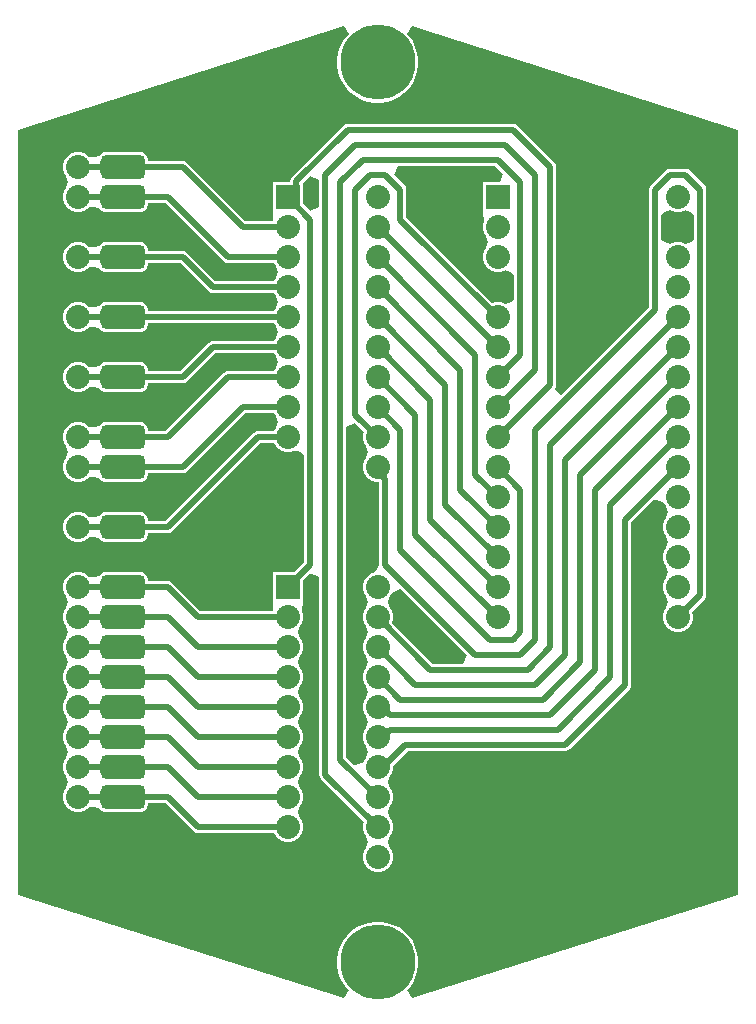
<source format=gtl>
G04*
G04 #@! TF.GenerationSoftware,Altium Limited,Altium Designer,22.4.2 (48)*
G04*
G04 Layer_Physical_Order=1*
G04 Layer_Color=255*
%FSLAX25Y25*%
%MOIN*%
G70*
G04*
G04 #@! TF.SameCoordinates,FA252268-3CD0-4EC3-B91A-E4F5567C5AF4*
G04*
G04*
G04 #@! TF.FilePolarity,Positive*
G04*
G01*
G75*
G04:AMPARAMS|DCode=15|XSize=150mil|YSize=80mil|CornerRadius=20mil|HoleSize=0mil|Usage=FLASHONLY|Rotation=0.000|XOffset=0mil|YOffset=0mil|HoleType=Round|Shape=RoundedRectangle|*
%AMROUNDEDRECTD15*
21,1,0.15000,0.04000,0,0,0.0*
21,1,0.11000,0.08000,0,0,0.0*
1,1,0.04000,0.05500,-0.02000*
1,1,0.04000,-0.05500,-0.02000*
1,1,0.04000,-0.05500,0.02000*
1,1,0.04000,0.05500,0.02000*
%
%ADD15ROUNDEDRECTD15*%
%ADD16C,0.02000*%
%ADD17C,0.08000*%
%ADD18C,0.25000*%
%ADD19R,0.08000X0.08000*%
%ADD20C,0.04400*%
%ADD21C,0.03000*%
G36*
X119957Y277464D02*
X119957Y22536D01*
X11240Y-12094D01*
X9635Y-9457D01*
X10297Y-8795D01*
X11546Y-7075D01*
X12511Y-5182D01*
X13168Y-3161D01*
X13500Y-1063D01*
Y1063D01*
X13168Y3161D01*
X12511Y5182D01*
X11546Y7075D01*
X10297Y8795D01*
X8795Y10297D01*
X7075Y11546D01*
X5182Y12511D01*
X3161Y13168D01*
X1063Y13500D01*
X-1063D01*
X-3161Y13168D01*
X-5182Y12511D01*
X-7075Y11546D01*
X-8795Y10297D01*
X-10297Y8795D01*
X-11546Y7075D01*
X-12511Y5182D01*
X-13168Y3161D01*
X-13500Y1063D01*
Y-1063D01*
X-13168Y-3161D01*
X-12511Y-5182D01*
X-11546Y-7075D01*
X-10297Y-8795D01*
X-9635Y-9457D01*
X-11240Y-12094D01*
X-119957Y22536D01*
Y277464D01*
X-11240Y312094D01*
X-9635Y309457D01*
X-10297Y308795D01*
X-11546Y307076D01*
X-12511Y305182D01*
X-13168Y303161D01*
X-13500Y301062D01*
Y298938D01*
X-13168Y296839D01*
X-12511Y294818D01*
X-11546Y292924D01*
X-10297Y291205D01*
X-8795Y289703D01*
X-7075Y288454D01*
X-5182Y287489D01*
X-3161Y286832D01*
X-1063Y286500D01*
X1063D01*
X3161Y286832D01*
X5182Y287489D01*
X7075Y288454D01*
X8795Y289703D01*
X10297Y291205D01*
X11546Y292924D01*
X12511Y294818D01*
X13168Y296839D01*
X13500Y298938D01*
Y301062D01*
X13168Y303161D01*
X12511Y305182D01*
X11546Y307076D01*
X10297Y308795D01*
X9635Y309457D01*
X11240Y312094D01*
X119957Y277464D01*
D02*
G37*
%LPC*%
G36*
X45000Y279539D02*
X-10000D01*
X-10780Y279384D01*
X-11442Y278942D01*
X-28571Y261813D01*
X-29013Y261152D01*
X-29168Y260371D01*
Y260000D01*
X-35000D01*
Y250000D01*
X-35000D01*
X-35095Y247039D01*
X-44155D01*
X-63558Y266442D01*
X-64220Y266884D01*
X-65000Y267039D01*
X-76479D01*
X-76577Y267783D01*
X-76880Y268513D01*
X-77360Y269140D01*
X-77987Y269620D01*
X-78717Y269923D01*
X-79500Y270026D01*
X-90500D01*
X-91283Y269923D01*
X-92013Y269620D01*
X-92640Y269140D01*
X-92932Y268758D01*
X-94767Y268347D01*
X-95900Y268282D01*
X-96290Y268361D01*
X-96930Y269001D01*
X-98070Y269659D01*
X-99342Y270000D01*
X-100658D01*
X-101930Y269659D01*
X-103070Y269001D01*
X-104001Y268070D01*
X-104659Y266930D01*
X-105000Y265658D01*
Y264342D01*
X-104659Y263070D01*
X-104001Y261930D01*
X-103999Y261929D01*
X-103387Y260000D01*
X-103999Y258071D01*
X-104001Y258070D01*
X-104659Y256930D01*
X-105000Y255658D01*
Y254342D01*
X-104659Y253070D01*
X-104001Y251930D01*
X-103070Y250999D01*
X-101930Y250341D01*
X-100658Y250000D01*
X-99342D01*
X-98070Y250341D01*
X-96930Y250999D01*
X-96290Y251639D01*
X-95900Y251718D01*
X-94767Y251654D01*
X-92932Y251242D01*
X-92640Y250860D01*
X-92013Y250379D01*
X-91283Y250077D01*
X-90500Y249974D01*
X-79500D01*
X-78717Y250077D01*
X-77987Y250379D01*
X-77360Y250860D01*
X-76880Y251487D01*
X-76577Y252217D01*
X-76479Y252961D01*
X-70845D01*
X-51442Y233558D01*
X-50780Y233116D01*
X-50000Y232961D01*
X-34596D01*
X-34001Y231930D01*
X-33999Y231928D01*
X-33387Y230000D01*
X-33999Y228071D01*
X-34001Y228070D01*
X-34596Y227039D01*
X-54155D01*
X-63558Y236442D01*
X-64220Y236884D01*
X-65000Y237039D01*
X-76479D01*
X-76577Y237783D01*
X-76880Y238513D01*
X-77360Y239140D01*
X-77987Y239620D01*
X-78717Y239923D01*
X-79500Y240026D01*
X-90500D01*
X-91283Y239923D01*
X-92013Y239620D01*
X-92640Y239140D01*
X-92932Y238758D01*
X-94767Y238347D01*
X-95900Y238282D01*
X-96290Y238361D01*
X-96930Y239001D01*
X-98070Y239659D01*
X-99342Y240000D01*
X-100658D01*
X-101930Y239659D01*
X-103070Y239001D01*
X-104001Y238070D01*
X-104659Y236930D01*
X-105000Y235658D01*
Y234342D01*
X-104659Y233070D01*
X-104001Y231930D01*
X-103070Y230999D01*
X-101930Y230341D01*
X-100658Y230000D01*
X-99342D01*
X-98070Y230341D01*
X-96930Y230999D01*
X-96290Y231639D01*
X-95900Y231718D01*
X-94767Y231653D01*
X-92932Y231242D01*
X-92640Y230860D01*
X-92013Y230380D01*
X-91283Y230077D01*
X-90500Y229974D01*
X-79500D01*
X-78717Y230077D01*
X-77987Y230380D01*
X-77360Y230860D01*
X-76880Y231487D01*
X-76577Y232217D01*
X-76479Y232961D01*
X-65845D01*
X-56442Y223558D01*
X-56442Y223558D01*
X-55780Y223116D01*
X-55000Y222961D01*
X-55000Y222961D01*
X-34596D01*
X-34001Y221930D01*
X-33999Y221929D01*
X-33387Y220000D01*
X-33999Y218072D01*
X-34001Y218070D01*
X-34596Y217039D01*
X-76479D01*
X-76577Y217783D01*
X-76880Y218513D01*
X-77360Y219140D01*
X-77987Y219620D01*
X-78717Y219923D01*
X-79500Y220026D01*
X-90500D01*
X-91283Y219923D01*
X-92013Y219620D01*
X-92640Y219140D01*
X-92932Y218758D01*
X-94767Y218347D01*
X-95900Y218282D01*
X-96290Y218361D01*
X-96930Y219001D01*
X-98070Y219659D01*
X-99342Y220000D01*
X-100658D01*
X-101930Y219659D01*
X-103070Y219001D01*
X-104001Y218070D01*
X-104659Y216930D01*
X-105000Y215658D01*
Y214342D01*
X-104659Y213070D01*
X-104001Y211930D01*
X-103070Y210999D01*
X-101930Y210341D01*
X-100658Y210000D01*
X-99342D01*
X-98070Y210341D01*
X-96930Y210999D01*
X-96290Y211639D01*
X-95900Y211718D01*
X-94767Y211653D01*
X-92932Y211242D01*
X-92640Y210860D01*
X-92013Y210380D01*
X-91283Y210077D01*
X-90500Y209974D01*
X-79500D01*
X-78717Y210077D01*
X-77987Y210380D01*
X-77360Y210860D01*
X-76880Y211487D01*
X-76577Y212217D01*
X-76479Y212961D01*
X-34596D01*
X-34001Y211930D01*
X-33999Y211929D01*
X-33387Y210000D01*
X-33999Y208071D01*
X-34001Y208070D01*
X-34596Y207039D01*
X-55000D01*
X-55000Y207039D01*
X-55780Y206884D01*
X-56442Y206442D01*
X-56442Y206442D01*
X-65845Y197039D01*
X-76479D01*
X-76577Y197783D01*
X-76880Y198513D01*
X-77360Y199140D01*
X-77987Y199620D01*
X-78717Y199923D01*
X-79500Y200026D01*
X-90500D01*
X-91283Y199923D01*
X-92013Y199620D01*
X-92640Y199140D01*
X-92932Y198758D01*
X-94767Y198346D01*
X-95900Y198282D01*
X-96290Y198361D01*
X-96930Y199001D01*
X-98070Y199659D01*
X-99342Y200000D01*
X-100658D01*
X-101930Y199659D01*
X-103070Y199001D01*
X-104001Y198070D01*
X-104659Y196930D01*
X-105000Y195658D01*
Y194342D01*
X-104659Y193070D01*
X-104001Y191930D01*
X-103070Y190999D01*
X-101930Y190341D01*
X-100658Y190000D01*
X-99342D01*
X-98070Y190341D01*
X-96930Y190999D01*
X-96290Y191639D01*
X-95900Y191718D01*
X-94767Y191654D01*
X-92932Y191242D01*
X-92640Y190860D01*
X-92013Y190380D01*
X-91283Y190077D01*
X-90500Y189974D01*
X-79500D01*
X-78717Y190077D01*
X-77987Y190380D01*
X-77360Y190860D01*
X-76880Y191487D01*
X-76577Y192217D01*
X-76479Y192961D01*
X-65000D01*
X-64220Y193116D01*
X-63558Y193558D01*
X-54155Y202961D01*
X-34596D01*
X-34001Y201930D01*
X-33999Y201928D01*
X-33387Y200000D01*
X-33999Y198072D01*
X-34001Y198070D01*
X-34596Y197039D01*
X-50000D01*
X-50780Y196884D01*
X-51442Y196442D01*
X-70845Y177039D01*
X-76479D01*
X-76577Y177783D01*
X-76880Y178513D01*
X-77360Y179140D01*
X-77987Y179621D01*
X-78717Y179923D01*
X-79500Y180026D01*
X-90500D01*
X-91283Y179923D01*
X-92013Y179621D01*
X-92640Y179140D01*
X-92932Y178758D01*
X-94767Y178347D01*
X-95900Y178282D01*
X-96290Y178361D01*
X-96930Y179001D01*
X-98070Y179659D01*
X-99342Y180000D01*
X-100658D01*
X-101930Y179659D01*
X-103070Y179001D01*
X-104001Y178070D01*
X-104659Y176930D01*
X-105000Y175658D01*
Y174342D01*
X-104659Y173070D01*
X-104001Y171930D01*
X-103999Y171929D01*
X-103387Y170000D01*
X-103999Y168071D01*
X-104001Y168070D01*
X-104659Y166930D01*
X-105000Y165658D01*
Y164342D01*
X-104659Y163070D01*
X-104001Y161930D01*
X-103070Y160999D01*
X-101930Y160341D01*
X-100658Y160000D01*
X-99342D01*
X-98070Y160341D01*
X-96930Y160999D01*
X-96290Y161639D01*
X-95900Y161718D01*
X-94767Y161653D01*
X-92932Y161242D01*
X-92640Y160860D01*
X-92013Y160380D01*
X-91283Y160077D01*
X-90500Y159974D01*
X-79500D01*
X-78717Y160077D01*
X-77987Y160380D01*
X-77360Y160860D01*
X-76880Y161487D01*
X-76577Y162217D01*
X-76479Y162961D01*
X-65000D01*
X-64220Y163116D01*
X-63558Y163558D01*
X-44155Y182961D01*
X-34596D01*
X-34001Y181930D01*
X-33999Y181929D01*
X-33387Y180000D01*
X-33999Y178071D01*
X-34001Y178070D01*
X-34596Y177039D01*
X-40000D01*
X-40000Y177039D01*
X-40780Y176884D01*
X-41442Y176442D01*
X-70845Y147039D01*
X-76479D01*
X-76577Y147783D01*
X-76880Y148513D01*
X-77360Y149140D01*
X-77987Y149620D01*
X-78717Y149923D01*
X-79500Y150026D01*
X-90500D01*
X-91283Y149923D01*
X-92013Y149620D01*
X-92640Y149140D01*
X-92932Y148758D01*
X-94767Y148346D01*
X-95900Y148282D01*
X-96290Y148361D01*
X-96930Y149001D01*
X-98070Y149659D01*
X-99342Y150000D01*
X-100658D01*
X-101930Y149659D01*
X-103070Y149001D01*
X-104001Y148070D01*
X-104659Y146930D01*
X-105000Y145658D01*
Y144342D01*
X-104659Y143070D01*
X-104001Y141930D01*
X-103070Y140999D01*
X-101930Y140341D01*
X-100658Y140000D01*
X-99342D01*
X-98070Y140341D01*
X-96930Y140999D01*
X-96290Y141639D01*
X-95900Y141718D01*
X-94767Y141654D01*
X-92932Y141242D01*
X-92640Y140860D01*
X-92013Y140380D01*
X-91283Y140077D01*
X-90500Y139974D01*
X-79500D01*
X-78717Y140077D01*
X-77987Y140380D01*
X-77360Y140860D01*
X-76880Y141487D01*
X-76577Y142217D01*
X-76479Y142961D01*
X-70000D01*
X-69220Y143116D01*
X-68558Y143558D01*
X-39155Y172961D01*
X-34596D01*
X-34001Y171930D01*
X-33070Y170999D01*
X-31930Y170341D01*
X-30658Y170000D01*
X-29342D01*
X-28070Y170341D01*
X-27539Y170647D01*
X-25544Y169925D01*
X-24539Y169147D01*
Y133345D01*
X-27884Y130000D01*
X-35000D01*
Y120000D01*
X-35000D01*
X-35095Y117039D01*
X-59155D01*
X-68558Y126442D01*
X-69220Y126884D01*
X-70000Y127039D01*
X-76479D01*
X-76577Y127783D01*
X-76880Y128513D01*
X-77360Y129140D01*
X-77987Y129621D01*
X-78717Y129923D01*
X-79500Y130026D01*
X-90500D01*
X-91283Y129923D01*
X-92013Y129621D01*
X-92640Y129140D01*
X-92932Y128758D01*
X-94767Y128347D01*
X-95900Y128282D01*
X-96290Y128361D01*
X-96930Y129001D01*
X-98070Y129659D01*
X-99342Y130000D01*
X-100658D01*
X-101930Y129659D01*
X-103070Y129001D01*
X-104001Y128070D01*
X-104659Y126930D01*
X-105000Y125658D01*
Y124342D01*
X-104659Y123070D01*
X-104001Y121930D01*
X-103999Y121929D01*
X-103387Y120000D01*
X-103999Y118071D01*
X-104001Y118070D01*
X-104659Y116930D01*
X-105000Y115658D01*
Y114342D01*
X-104659Y113070D01*
X-104001Y111930D01*
X-103999Y111928D01*
X-103387Y110000D01*
X-103999Y108071D01*
X-104001Y108070D01*
X-104659Y106930D01*
X-105000Y105658D01*
Y104342D01*
X-104659Y103070D01*
X-104001Y101930D01*
X-103999Y101928D01*
X-103387Y100000D01*
X-103999Y98071D01*
X-104001Y98070D01*
X-104659Y96930D01*
X-105000Y95658D01*
Y94342D01*
X-104659Y93070D01*
X-104001Y91930D01*
X-103999Y91928D01*
X-103387Y90000D01*
X-103999Y88072D01*
X-104001Y88070D01*
X-104659Y86930D01*
X-105000Y85658D01*
Y84342D01*
X-104659Y83070D01*
X-104001Y81930D01*
X-103999Y81928D01*
X-103387Y80000D01*
X-103999Y78071D01*
X-104001Y78070D01*
X-104659Y76930D01*
X-105000Y75658D01*
Y74342D01*
X-104659Y73070D01*
X-104001Y71930D01*
X-103999Y71929D01*
X-103387Y70000D01*
X-103999Y68072D01*
X-104001Y68070D01*
X-104659Y66930D01*
X-105000Y65658D01*
Y64342D01*
X-104659Y63070D01*
X-104001Y61930D01*
X-103999Y61928D01*
X-103387Y60000D01*
X-103999Y58072D01*
X-104001Y58070D01*
X-104659Y56930D01*
X-105000Y55658D01*
Y54342D01*
X-104659Y53070D01*
X-104001Y51930D01*
X-103070Y50999D01*
X-101930Y50341D01*
X-100658Y50000D01*
X-99342D01*
X-98070Y50341D01*
X-96930Y50999D01*
X-96290Y51639D01*
X-95900Y51718D01*
X-94767Y51653D01*
X-92932Y51242D01*
X-92640Y50860D01*
X-92013Y50380D01*
X-91283Y50077D01*
X-90500Y49974D01*
X-79500D01*
X-78717Y50077D01*
X-77987Y50380D01*
X-77360Y50860D01*
X-76880Y51487D01*
X-76577Y52217D01*
X-76479Y52961D01*
X-70845D01*
X-61442Y43558D01*
X-61442Y43558D01*
X-60780Y43116D01*
X-60000Y42961D01*
X-60000Y42961D01*
X-34596D01*
X-34001Y41930D01*
X-33070Y40999D01*
X-31930Y40341D01*
X-30658Y40000D01*
X-29342D01*
X-28070Y40341D01*
X-26930Y40999D01*
X-25999Y41930D01*
X-25341Y43070D01*
X-25000Y44342D01*
Y45658D01*
X-25341Y46930D01*
X-25999Y48070D01*
X-26000Y48072D01*
X-26613Y50000D01*
X-26000Y51929D01*
X-25999Y51930D01*
X-25341Y53070D01*
X-25000Y54342D01*
Y55658D01*
X-25341Y56930D01*
X-25999Y58070D01*
X-26000Y58072D01*
X-26613Y60000D01*
X-26000Y61928D01*
X-25999Y61930D01*
X-25341Y63070D01*
X-25000Y64342D01*
Y65658D01*
X-25341Y66930D01*
X-25999Y68070D01*
X-26000Y68072D01*
X-26613Y70000D01*
X-26000Y71929D01*
X-25999Y71930D01*
X-25341Y73070D01*
X-25000Y74342D01*
Y75658D01*
X-25341Y76930D01*
X-25999Y78070D01*
X-26000Y78071D01*
X-26613Y80000D01*
X-26000Y81928D01*
X-25999Y81930D01*
X-25341Y83070D01*
X-25000Y84342D01*
Y85658D01*
X-25341Y86930D01*
X-25999Y88070D01*
X-26000Y88072D01*
X-26613Y90000D01*
X-26000Y91928D01*
X-25999Y91930D01*
X-25341Y93070D01*
X-25000Y94342D01*
Y95658D01*
X-25341Y96930D01*
X-25999Y98070D01*
X-26000Y98071D01*
X-26613Y100000D01*
X-26000Y101928D01*
X-25999Y101930D01*
X-25341Y103070D01*
X-25000Y104342D01*
Y105658D01*
X-25341Y106930D01*
X-25999Y108070D01*
X-26000Y108071D01*
X-26613Y110000D01*
X-26000Y111928D01*
X-25999Y111930D01*
X-25341Y113070D01*
X-25000Y114342D01*
Y115658D01*
X-25341Y116930D01*
X-25381Y117000D01*
X-25000Y120000D01*
X-25000Y120000D01*
Y127116D01*
X-22539Y129577D01*
X-19539Y128334D01*
Y62500D01*
X-19384Y61720D01*
X-18942Y61058D01*
X-4692Y46808D01*
X-5000Y45658D01*
Y44342D01*
X-4659Y43070D01*
X-4001Y41930D01*
X-3999Y41928D01*
X-3387Y40000D01*
X-3999Y38072D01*
X-4001Y38070D01*
X-4659Y36930D01*
X-5000Y35658D01*
Y34342D01*
X-4659Y33070D01*
X-4001Y31930D01*
X-3070Y30999D01*
X-1930Y30341D01*
X-658Y30000D01*
X658D01*
X1930Y30341D01*
X3070Y30999D01*
X4001Y31930D01*
X4659Y33070D01*
X5000Y34342D01*
Y35658D01*
X4659Y36930D01*
X4001Y38070D01*
X3999Y38072D01*
X3387Y40000D01*
X3999Y41928D01*
X4001Y41930D01*
X4659Y43070D01*
X5000Y44342D01*
Y45658D01*
X4659Y46930D01*
X4001Y48070D01*
X3999Y48072D01*
X3387Y50000D01*
X3999Y51929D01*
X4001Y51930D01*
X4659Y53070D01*
X5000Y54342D01*
Y55658D01*
X4659Y56930D01*
X4001Y58070D01*
X3999Y58072D01*
X3387Y60000D01*
X3999Y61928D01*
X4001Y61930D01*
X4659Y63070D01*
X5000Y64342D01*
Y65493D01*
X9968Y70461D01*
X62500D01*
X63280Y70616D01*
X63942Y71058D01*
X83942Y91058D01*
X84384Y91720D01*
X84539Y92500D01*
Y146655D01*
X92066Y154182D01*
X92506Y154206D01*
X95310Y153184D01*
X95341Y153070D01*
X95999Y151930D01*
X96000Y151928D01*
X96613Y150000D01*
X96000Y148072D01*
X95999Y148070D01*
X95341Y146930D01*
X95000Y145658D01*
Y144342D01*
X95341Y143070D01*
X95999Y141930D01*
X96000Y141929D01*
X96613Y140000D01*
X96000Y138072D01*
X95999Y138070D01*
X95341Y136930D01*
X95000Y135658D01*
Y134342D01*
X95341Y133070D01*
X95999Y131930D01*
X96000Y131929D01*
X96613Y130000D01*
X96000Y128071D01*
X95999Y128070D01*
X95341Y126930D01*
X95000Y125658D01*
Y124342D01*
X95341Y123070D01*
X95999Y121930D01*
X96000Y121929D01*
X96613Y120000D01*
X96000Y118071D01*
X95999Y118070D01*
X95341Y116930D01*
X95000Y115658D01*
Y114342D01*
X95341Y113070D01*
X95999Y111930D01*
X96930Y110999D01*
X98070Y110341D01*
X99342Y110000D01*
X100658D01*
X101930Y110341D01*
X103070Y110999D01*
X104001Y111930D01*
X104659Y113070D01*
X105000Y114342D01*
Y115658D01*
X104692Y116808D01*
X108942Y121058D01*
X109384Y121720D01*
X109539Y122500D01*
Y257500D01*
X109384Y258280D01*
X108942Y258942D01*
X103942Y263942D01*
X103280Y264384D01*
X102500Y264539D01*
X97500D01*
X96720Y264384D01*
X96058Y263942D01*
X91058Y258942D01*
X90616Y258280D01*
X90461Y257500D01*
Y218345D01*
X61071Y188954D01*
X58942Y191058D01*
X59384Y191720D01*
X59539Y192500D01*
Y265000D01*
X59384Y265780D01*
X58942Y266442D01*
X46442Y278942D01*
X45780Y279384D01*
X45000Y279539D01*
D02*
G37*
%LPD*%
G36*
X-19539Y260834D02*
Y251666D01*
X-22539Y250423D01*
X-25000Y252884D01*
Y259616D01*
X-22539Y262077D01*
X-19539Y260834D01*
D02*
G37*
G36*
X41844Y262772D02*
X40696Y260000D01*
X35000D01*
Y250000D01*
X35000D01*
X35381Y247000D01*
X35341Y246930D01*
X35000Y245658D01*
Y244342D01*
X35341Y243070D01*
X35999Y241930D01*
X36000Y241929D01*
X36613Y240000D01*
X36000Y238071D01*
X35999Y238070D01*
X35341Y236930D01*
X35000Y235658D01*
Y234342D01*
X35341Y233070D01*
X35999Y231930D01*
X36930Y230999D01*
X38070Y230341D01*
X39342Y230000D01*
X40658D01*
X41930Y230341D01*
X42461Y230647D01*
X44456Y229925D01*
X45461Y229147D01*
Y220853D01*
X44456Y220075D01*
X42461Y219353D01*
X41930Y219659D01*
X40658Y220000D01*
X39342D01*
X38192Y219692D01*
X9539Y248345D01*
Y257500D01*
X9384Y258280D01*
X8942Y258942D01*
X5423Y262461D01*
X6666Y265461D01*
X39155D01*
X41844Y262772D01*
D02*
G37*
G36*
X98070Y250341D02*
X99342Y250000D01*
X100658D01*
X101930Y250341D01*
X102461Y250647D01*
X104456Y249925D01*
X105461Y249147D01*
Y240853D01*
X104456Y240075D01*
X102461Y239353D01*
X101930Y239659D01*
X100658Y240000D01*
X99342D01*
X98070Y239659D01*
X97539Y239353D01*
X95544Y240075D01*
X94539Y240853D01*
Y249147D01*
X95544Y249925D01*
X97539Y250647D01*
X98070Y250341D01*
D02*
G37*
G36*
X7934Y124182D02*
X29577Y102539D01*
X28334Y99539D01*
X18345D01*
X4692Y113192D01*
X5000Y114342D01*
Y115658D01*
X4659Y116930D01*
X4001Y118070D01*
X3999Y118071D01*
X3387Y120000D01*
X3999Y121929D01*
X4001Y121930D01*
X4659Y123070D01*
X4690Y123184D01*
X7494Y124206D01*
X7934Y124182D01*
D02*
G37*
G36*
X-4692Y176808D02*
X-5000Y175658D01*
Y174342D01*
X-4659Y173070D01*
X-4001Y171930D01*
X-3999Y171929D01*
X-3387Y170000D01*
X-3999Y168071D01*
X-4001Y168070D01*
X-4659Y166930D01*
X-5000Y165658D01*
Y164342D01*
X-4659Y163070D01*
X-4001Y161930D01*
X-3070Y160999D01*
X-1930Y160341D01*
X-658Y160000D01*
X461D01*
Y132500D01*
X-212Y130997D01*
X-1663Y129731D01*
X-1930Y129659D01*
X-3070Y129001D01*
X-4001Y128070D01*
X-4659Y126930D01*
X-5000Y125658D01*
Y124342D01*
X-4659Y123070D01*
X-4001Y121930D01*
X-3999Y121929D01*
X-3387Y120000D01*
X-3999Y118071D01*
X-4001Y118070D01*
X-4659Y116930D01*
X-5000Y115658D01*
Y114342D01*
X-4659Y113070D01*
X-4001Y111930D01*
X-3999Y111928D01*
X-3387Y110000D01*
X-3999Y108071D01*
X-4001Y108070D01*
X-4659Y106930D01*
X-5000Y105658D01*
Y104342D01*
X-4659Y103070D01*
X-4001Y101930D01*
X-3999Y101928D01*
X-3387Y100000D01*
X-3999Y98071D01*
X-4001Y98070D01*
X-4659Y96930D01*
X-5000Y95658D01*
Y94342D01*
X-4659Y93070D01*
X-4001Y91930D01*
X-3999Y91928D01*
X-3387Y90000D01*
X-3999Y88072D01*
X-4001Y88070D01*
X-4659Y86930D01*
X-5000Y85658D01*
Y84342D01*
X-4659Y83070D01*
X-4001Y81930D01*
X-3999Y81928D01*
X-3387Y80000D01*
X-3999Y78071D01*
X-4001Y78070D01*
X-4659Y76930D01*
X-5000Y75658D01*
Y74342D01*
X-4659Y73070D01*
X-4001Y71930D01*
X-3999Y71929D01*
X-3387Y70000D01*
X-3999Y68072D01*
X-4001Y68070D01*
X-4659Y66930D01*
X-4690Y66816D01*
X-7494Y65794D01*
X-7934Y65818D01*
X-10461Y68345D01*
X-10461Y178334D01*
X-7461Y179577D01*
X-4692Y176808D01*
D02*
G37*
D15*
X-85000Y45000D02*
D03*
Y135000D02*
D03*
Y55000D02*
D03*
Y65000D02*
D03*
Y75000D02*
D03*
Y85000D02*
D03*
Y145000D02*
D03*
Y95000D02*
D03*
Y105000D02*
D03*
Y115000D02*
D03*
Y125000D02*
D03*
Y35000D02*
D03*
Y155000D02*
D03*
Y245000D02*
D03*
Y225000D02*
D03*
Y205000D02*
D03*
Y185000D02*
D03*
Y165000D02*
D03*
Y255000D02*
D03*
Y235000D02*
D03*
Y195000D02*
D03*
Y175000D02*
D03*
Y215000D02*
D03*
Y265000D02*
D03*
D16*
X-27129Y257871D02*
Y260371D01*
X-30000Y255000D02*
X-27129Y257871D01*
Y260371D02*
X-10000Y277500D01*
X45000D01*
X57500Y265000D01*
Y192500D02*
Y265000D01*
X62500Y72500D02*
X82500Y92500D01*
X9124Y72500D02*
X62500D01*
X0Y65000D02*
X1624D01*
X9124Y72500D01*
X1624Y75000D02*
X4124Y77500D01*
X60000D02*
X77500Y95000D01*
X4124Y77500D02*
X60000D01*
X0Y75000D02*
X1624D01*
X0Y115000D02*
X17500Y97500D01*
X50000D01*
X12500Y92500D02*
X52500D01*
X0Y105000D02*
X12500Y92500D01*
X7500Y87500D02*
X55000D01*
X0Y95000D02*
X7500Y87500D01*
X0Y85000D02*
X1624D01*
X4124Y82500D01*
X57500D01*
X82500Y92500D02*
Y147500D01*
X77500Y95000D02*
Y152500D01*
X57500Y82500D02*
X72500Y97500D01*
Y157500D01*
X55000Y87500D02*
X67500Y100000D01*
Y162500D01*
X62500Y102500D02*
Y167500D01*
X52500Y92500D02*
X62500Y102500D01*
X50000Y97500D02*
X57500Y105000D01*
Y172500D01*
X82500Y147500D02*
X100000Y165000D01*
X77500Y152500D02*
X100000Y175000D01*
X72500Y157500D02*
X100000Y185000D01*
X67500Y162500D02*
X100000Y195000D01*
X62500Y167500D02*
X100000Y205000D01*
X57500Y172500D02*
X100000Y215000D01*
X52500Y177500D02*
X92500Y217500D01*
X52500Y107500D02*
Y177500D01*
X47500Y102500D02*
X52500Y107500D01*
X92500Y217500D02*
Y257500D01*
X40000Y175000D02*
X57500Y192500D01*
X97500Y262500D02*
X102500D01*
X92500Y257500D02*
X97500Y262500D01*
X102500D02*
X107500Y257500D01*
Y122500D02*
Y257500D01*
X100000Y115000D02*
X107500Y122500D01*
X-30000Y125000D02*
X-22500Y132500D01*
X-60000Y115000D02*
X-30000D01*
X-85000Y125000D02*
X-70000D01*
X-60000Y115000D01*
Y105000D02*
X-30000D01*
X-85000Y115000D02*
X-70000D01*
X-60000Y105000D01*
Y95000D02*
X-30000D01*
X-85000Y105000D02*
X-70000D01*
X-60000Y95000D01*
Y85000D02*
X-30000D01*
X-85000Y95000D02*
X-70000D01*
X-60000Y85000D01*
Y75000D02*
X-30000D01*
X-85000Y85000D02*
X-70000D01*
X-60000Y75000D01*
Y65000D02*
X-30000D01*
X-70000Y75000D02*
X-60000Y65000D01*
X-85000Y75000D02*
X-70000D01*
X-60000Y55000D02*
X-30000D01*
X-70000Y65000D02*
X-60000Y55000D01*
X-85000Y65000D02*
X-70000D01*
X-60000Y45000D02*
X-30000D01*
X-70000Y55000D02*
X-60000Y45000D01*
X-85000Y55000D02*
X-70000D01*
X-17500Y62500D02*
X0Y45000D01*
X-12500Y67500D02*
X0Y55000D01*
Y163376D02*
X2500Y160876D01*
Y132500D02*
Y160876D01*
Y132500D02*
X32500Y102500D01*
X0Y163376D02*
Y165000D01*
X32500Y102500D02*
X47500D01*
X45000Y107500D02*
X47500Y110000D01*
X7500Y137500D02*
X37500Y107500D01*
X45000D01*
X47500Y110000D02*
Y157500D01*
X52500Y197500D02*
Y262500D01*
X42500Y272500D02*
X52500Y262500D01*
X-7500Y272500D02*
X42500D01*
X47500Y202500D02*
Y260000D01*
X40000Y267500D02*
X47500Y260000D01*
X-5000Y267500D02*
X40000D01*
X-17500Y62500D02*
X-17500Y262500D01*
X-7500Y272500D01*
X-12500Y67500D02*
X-12500Y260000D01*
X-5000Y267500D01*
X2500Y262500D02*
X7500Y257500D01*
Y247500D02*
Y257500D01*
X-2500Y262500D02*
X2500D01*
X-7500Y257500D02*
X-2500Y262500D01*
X-7500Y182500D02*
Y257500D01*
X7500Y137500D02*
Y177500D01*
X40000Y185000D02*
X52500Y197500D01*
X40000Y195000D02*
X47500Y202500D01*
X40000Y165000D02*
X47500Y157500D01*
X7500Y247500D02*
X40000Y215000D01*
X0Y185000D02*
X7500Y177500D01*
X12500Y142500D02*
Y182500D01*
X0Y195000D02*
X12500Y182500D01*
Y142500D02*
X40000Y115000D01*
X17500Y147500D02*
Y187500D01*
X0Y205000D02*
X17500Y187500D01*
Y147500D02*
X40000Y125000D01*
X0Y215000D02*
X22500Y192500D01*
Y152500D02*
Y192500D01*
Y152500D02*
X40000Y135000D01*
X27500Y157500D02*
X40000Y145000D01*
X27500Y157500D02*
Y197500D01*
X0Y225000D02*
X27500Y197500D01*
X0Y235000D02*
X32500Y202500D01*
Y162500D02*
X40000Y155000D01*
X32500Y162500D02*
Y202500D01*
X-22500Y132500D02*
X-22500Y247500D01*
X-30000Y255000D02*
X-22500Y247500D01*
X-7500Y182500D02*
X0Y175000D01*
Y245000D02*
X40000Y205000D01*
X-85000Y145000D02*
X-70000D01*
X-40000Y175000D02*
X-30000D01*
X-70000Y145000D02*
X-40000Y175000D01*
X-85000Y165000D02*
X-65000D01*
X-45000Y185000D02*
X-30000D01*
X-65000Y165000D02*
X-45000Y185000D01*
X-65000Y195000D02*
X-55000Y205000D01*
X-85000Y195000D02*
X-65000D01*
X-55000Y205000D02*
X-30000D01*
X-70000Y175000D02*
X-50000Y195000D01*
X-85000Y175000D02*
X-70000D01*
X-50000Y195000D02*
X-30000D01*
X-100000Y175000D02*
X-85000D01*
X-65000Y235000D02*
X-55000Y225000D01*
X-85000Y235000D02*
X-65000D01*
X-55000Y225000D02*
X-30000D01*
X-45000Y245000D02*
X-30000D01*
X-65000Y265000D02*
X-45000Y245000D01*
X-85000Y265000D02*
X-65000D01*
X-50000Y235000D02*
X-30000D01*
X-70000Y255000D02*
X-50000Y235000D01*
X-85000Y255000D02*
X-70000D01*
X-85000Y215000D02*
X-30000D01*
X-100000Y35000D02*
X-85000D01*
X-100000Y45000D02*
X-85000D01*
X-100000Y135000D02*
X-85000D01*
X-100000Y145000D02*
X-85000D01*
X-100000Y155000D02*
X-85000D01*
X-100000Y165000D02*
X-85000D01*
X-100000Y185000D02*
X-85000D01*
X-100000Y195000D02*
X-85000D01*
X-100000Y205000D02*
X-85000D01*
X-100000Y215000D02*
X-85000D01*
X-100000Y225000D02*
X-85000D01*
X-100000Y245000D02*
X-85000D01*
X-100000Y235000D02*
X-85000D01*
X-100000Y255000D02*
X-85000D01*
X-100000Y265000D02*
X-85000D01*
X-100000Y55000D02*
X-85000D01*
X-100000Y65000D02*
X-85000D01*
X-100000Y75000D02*
X-85000D01*
X-100000Y85000D02*
X-85000D01*
X-100000Y95000D02*
X-85000D01*
X-100000Y105000D02*
X-85000D01*
X-100000Y115000D02*
X-85000D01*
X-100000Y125000D02*
X-85000D01*
D17*
X-100000D02*
D03*
Y115000D02*
D03*
Y105000D02*
D03*
Y95000D02*
D03*
Y175000D02*
D03*
Y195000D02*
D03*
Y215000D02*
D03*
Y235000D02*
D03*
Y255000D02*
D03*
Y145000D02*
D03*
Y165000D02*
D03*
Y35000D02*
D03*
Y85000D02*
D03*
Y75000D02*
D03*
Y65000D02*
D03*
Y55000D02*
D03*
Y265000D02*
D03*
Y185000D02*
D03*
Y205000D02*
D03*
Y225000D02*
D03*
Y245000D02*
D03*
Y135000D02*
D03*
Y155000D02*
D03*
Y45000D02*
D03*
X100000Y115000D02*
D03*
Y125000D02*
D03*
Y135000D02*
D03*
Y145000D02*
D03*
Y155000D02*
D03*
Y165000D02*
D03*
Y175000D02*
D03*
Y185000D02*
D03*
Y195000D02*
D03*
Y205000D02*
D03*
Y215000D02*
D03*
Y225000D02*
D03*
Y235000D02*
D03*
Y245000D02*
D03*
Y255000D02*
D03*
X40000Y115000D02*
D03*
Y125000D02*
D03*
Y135000D02*
D03*
Y145000D02*
D03*
Y155000D02*
D03*
Y165000D02*
D03*
Y175000D02*
D03*
Y185000D02*
D03*
Y195000D02*
D03*
Y205000D02*
D03*
Y215000D02*
D03*
Y225000D02*
D03*
Y235000D02*
D03*
Y245000D02*
D03*
X0Y165000D02*
D03*
Y175000D02*
D03*
Y185000D02*
D03*
Y195000D02*
D03*
Y205000D02*
D03*
Y215000D02*
D03*
Y225000D02*
D03*
Y235000D02*
D03*
Y245000D02*
D03*
Y255000D02*
D03*
X-30000Y165000D02*
D03*
Y175000D02*
D03*
Y185000D02*
D03*
Y195000D02*
D03*
Y205000D02*
D03*
Y215000D02*
D03*
Y225000D02*
D03*
Y235000D02*
D03*
Y245000D02*
D03*
Y115000D02*
D03*
Y105000D02*
D03*
Y95000D02*
D03*
Y85000D02*
D03*
Y75000D02*
D03*
Y65000D02*
D03*
Y55000D02*
D03*
Y45000D02*
D03*
Y35000D02*
D03*
X0Y125000D02*
D03*
Y115000D02*
D03*
Y105000D02*
D03*
Y95000D02*
D03*
Y85000D02*
D03*
Y75000D02*
D03*
Y65000D02*
D03*
Y55000D02*
D03*
Y45000D02*
D03*
Y35000D02*
D03*
D18*
Y300000D02*
D03*
Y0D02*
D03*
D19*
X40000Y255000D02*
D03*
X-30000D02*
D03*
Y125000D02*
D03*
D20*
X-6682Y306682D02*
D03*
X-9450Y300000D02*
D03*
X-6682Y293318D02*
D03*
X0Y290550D02*
D03*
X6682Y293318D02*
D03*
X9450Y300000D02*
D03*
X6682Y306682D02*
D03*
X0Y309450D02*
D03*
Y9450D02*
D03*
X6682Y6682D02*
D03*
X9450Y0D02*
D03*
X6682Y-6682D02*
D03*
X0Y-9450D02*
D03*
X-6682Y-6682D02*
D03*
X-9450Y0D02*
D03*
X-6682Y6682D02*
D03*
D21*
X-7500Y137500D02*
D03*
X-27500D02*
D03*
Y152500D02*
D03*
X-7500D02*
D03*
Y145000D02*
D03*
X-27500D02*
D03*
X27500Y262500D02*
D03*
Y282500D02*
D03*
X20000D02*
D03*
Y262500D02*
D03*
X12500D02*
D03*
Y282500D02*
D03*
X85000Y232500D02*
D03*
Y217500D02*
D03*
X92500Y145000D02*
D03*
Y135000D02*
D03*
Y125000D02*
D03*
Y115000D02*
D03*
X32500Y255000D02*
D03*
Y245000D02*
D03*
Y235000D02*
D03*
X7500Y35000D02*
D03*
X-37500D02*
D03*
Y125000D02*
D03*
Y165000D02*
D03*
Y255000D02*
D03*
X7500Y115000D02*
D03*
Y45000D02*
D03*
Y55000D02*
D03*
Y65000D02*
D03*
X-22500Y35000D02*
D03*
Y125000D02*
D03*
X-7500Y165000D02*
D03*
X-22500Y255000D02*
D03*
X-7500Y175000D02*
D03*
Y45000D02*
D03*
X-22500D02*
D03*
Y55000D02*
D03*
Y65000D02*
D03*
Y75000D02*
D03*
Y85000D02*
D03*
Y95000D02*
D03*
Y105000D02*
D03*
Y115000D02*
D03*
X-7500D02*
D03*
Y105000D02*
D03*
Y95000D02*
D03*
Y85000D02*
D03*
Y75000D02*
D03*
M02*

</source>
